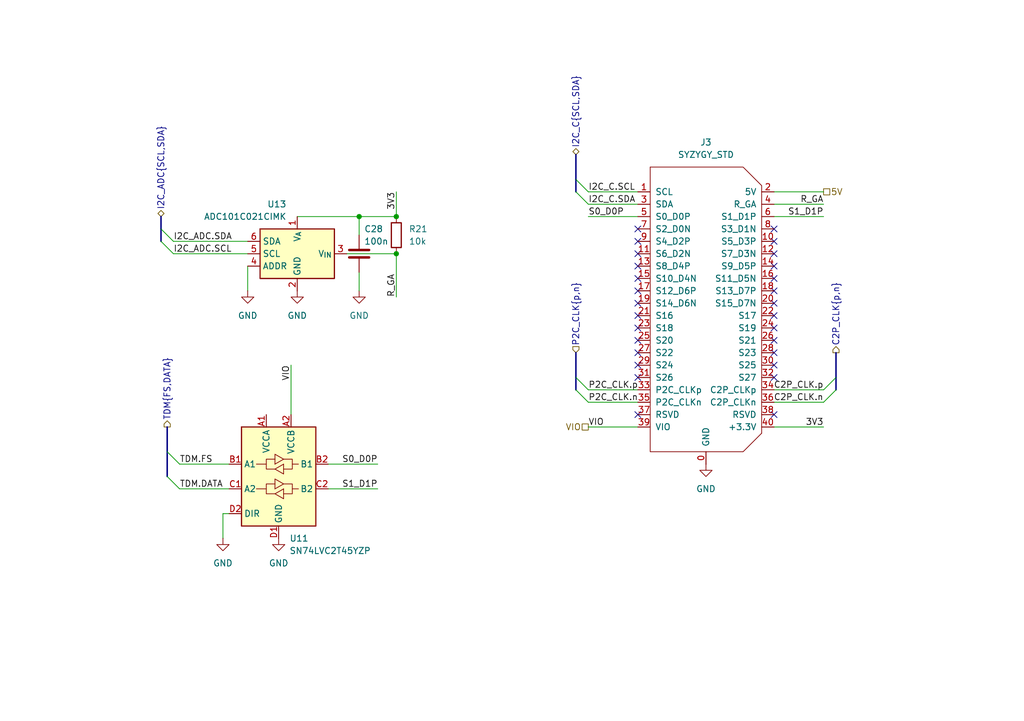
<source format=kicad_sch>
(kicad_sch (version 20231120) (generator "eeschema") (generator_version "8.0")
  (paper "A5")
  (lib_symbols
    (symbol "Analog_ADC:ADC101C021CIMK"
      (property "Reference" "U" (at 3.81 11.43 0))
      (property "Value" "ADC101C021CIMK" (at 11.43 8.89 0))
      (symbol "ADC101C021CIMK_0_1"
        (rectangle (start -7.62 5.08) (end 7.62 -5.08) (stroke (width 0.254)) (fill (type background)))
      )
      (symbol "ADC101C021CIMK_1_1"
        (pin power_in line (at 0 7.62 270) (length 2.54) (name "V_{A}") (number "1"))
        (pin power_in line (at 0 -7.62 90) (length 2.54) (name "GND") (number "2"))
        (pin input line (at -10.16 0 0) (length 2.54) (name "V_{IN}") (number "3"))
        (pin input line (at 10.16 -2.54 180) (length 2.54) (name "ADDR") (number "4"))
        (pin input line (at 10.16 0 180) (length 2.54) (name "SCL") (number "5"))
        (pin bidirectional line (at 10.16 2.54 180) (length 2.54) (name "SDA") (number "6"))
      )
    )
    (symbol "Device:C" (pin_numbers hide) (pin_names (offset 0.254))
      (property "Reference" "C" (at 0.635 2.54 0))
      (property "Value" "C" (at 0.635 -2.54 0))
      (symbol "C_0_1"
        (polyline (pts (xy -2.032 -0.762) (xy 2.032 -0.762)) (stroke (width 0.508)))
        (polyline (pts (xy -2.032 0.762) (xy 2.032 0.762)) (stroke (width 0.508)))
      )
      (symbol "C_1_1"
        (pin passive line (at 0 3.81 270) (length 2.794) (name "~") (number "1"))
        (pin passive line (at 0 -3.81 90) (length 2.794) (name "~") (number "2"))
      )
    )
    (symbol "Device:R" (pin_numbers hide) (pin_names (offset 0))
      (property "Reference" "R" (at 2.032 0 90))
      (property "Value" "R" (at 0 0 90))
      (symbol "R_0_1"
        (rectangle (start -1.016 -2.54) (end 1.016 2.54) (stroke (width 0.254)))
      )
      (symbol "R_1_1"
        (pin passive line (at 0 3.81 270) (length 1.27) (name "~") (number "1"))
        (pin passive line (at 0 -3.81 90) (length 1.27) (name "~") (number "2"))
      )
    )
    (symbol "Logic_LevelTranslator:SN74LVC2T45YZP"
      (property "Reference" "U" (at -6.35 11.43 0))
      (property "Value" "SN74LVC2T45YZP" (at 3.81 11.43 0))
      (symbol "SN74LVC2T45YZP_0_1"
        (rectangle (start -7.62 10.16) (end 7.62 -10.16) (stroke (width 0.254)) (fill (type background)))
        (polyline (pts (xy -2.54 2.54) (xy -2.54 3.556) (xy -0.762 3.556)))
        (polyline (pts (xy 2.794 2.54) (xy 2.794 1.524) (xy 1.016 1.524)))
        (polyline (pts (xy -0.762 1.524) (xy -2.54 1.524) (xy -2.54 2.54) (xy -4.572 2.54)))
        (polyline (pts (xy -0.762 2.54) (xy -0.762 4.572) (xy 1.016 3.556) (xy -0.762 2.54)))
        (polyline (pts (xy 1.016 3.556) (xy 2.794 3.556) (xy 2.794 2.54) (xy 4.064 2.54)))
        (polyline (pts (xy 1.016 2.54) (xy 1.016 0.762) (xy 1.016 0.508) (xy -0.762 1.524) (xy 1.016 2.54)))
      )
      (symbol "SN74LVC2T45YZP_1_1"
        (polyline (pts (xy -2.54 -2.54) (xy -2.54 -1.524) (xy -0.762 -1.524)))
        (polyline (pts (xy 2.794 -2.54) (xy 2.794 -3.556) (xy 1.016 -3.556)))
        (polyline (pts (xy -0.762 -3.556) (xy -2.54 -3.556) (xy -2.54 -2.54) (xy -4.572 -2.54)))
        (polyline (pts (xy -0.762 -2.54) (xy -0.762 -0.508) (xy 1.016 -1.524) (xy -0.762 -2.54)))
        (polyline (pts (xy 1.016 -1.524) (xy 2.794 -1.524) (xy 2.794 -2.54) (xy 4.064 -2.54)))
        (polyline (pts (xy 1.016 -2.54) (xy 1.016 -4.318) (xy 1.016 -4.572) (xy -0.762 -3.556) (xy 1.016 -2.54)))
        (pin power_in line (at -2.54 12.7 270) (length 2.54) (name "VCCA") (number "A1"))
        (pin power_in line (at 2.54 12.7 270) (length 2.54) (name "VCCB") (number "A2"))
        (pin bidirectional line (at -10.16 2.54 0) (length 2.54) (name "A1") (number "B1"))
        (pin bidirectional line (at 10.16 2.54 180) (length 2.54) (name "B1") (number "B2"))
        (pin bidirectional line (at -10.16 -2.54 0) (length 2.54) (name "A2") (number "C1"))
        (pin bidirectional line (at 10.16 -2.54 180) (length 2.54) (name "B2") (number "C2"))
        (pin power_in line (at 0 -12.7 90) (length 2.54) (name "GND") (number "D1"))
        (pin input line (at -10.16 -7.62 0) (length 2.54) (name "DIR") (number "D2"))
      )
    )
    (symbol "albert-custom:SYZYGY_STD" (pin_names (offset 1.016))
      (property "Reference" "J" (at -10.16 30.48 0))
      (property "Value" "SYZYGY_STD" (at -10.16 27.94 0))
      (symbol "SYZYGY_STD_0_1"
        (polyline (pts (xy -11.43 26.67) (xy -11.43 -31.75) (xy 7.62 -31.75) (xy 11.43 -27.94)))
        (polyline (pts (xy 11.43 -27.94) (xy 11.43 22.86) (xy 7.62 26.67) (xy -11.43 26.67)))
      )
      (symbol "SYZYGY_STD_1_1"
        (pin passive line (at 0 -34.29 90) (length 2.54) (name "GND") (number "0"))
        (pin passive line (at -13.97 21.59 0) (length 2.54) (name "SCL") (number "1"))
        (pin passive line (at 13.97 11.43 180) (length 2.54) (name "S5_D3P") (number "10"))
        (pin passive line (at -13.97 8.89 0) (length 2.54) (name "S6_D2N") (number "11"))
        (pin passive line (at 13.97 8.89 180) (length 2.54) (name "S7_D3N") (number "12"))
        (pin passive line (at -13.97 6.35 0) (length 2.54) (name "S8_D4P") (number "13"))
        (pin passive line (at 13.97 6.35 180) (length 2.54) (name "S9_D5P") (number "14"))
        (pin passive line (at -13.97 3.81 0) (length 2.54) (name "S10_D4N") (number "15"))
        (pin passive line (at 13.97 3.81 180) (length 2.54) (name "S11_D5N") (number "16"))
        (pin passive line (at -13.97 1.27 0) (length 2.54) (name "S12_D6P") (number "17"))
        (pin passive line (at 13.97 1.27 180) (length 2.54) (name "S13_D7P") (number "18"))
        (pin passive line (at -13.97 -1.27 0) (length 2.54) (name "S14_D6N") (number "19"))
        (pin power_out line (at 13.97 21.59 180) (length 2.54) (name "5V") (number "2"))
        (pin passive line (at 13.97 -1.27 180) (length 2.54) (name "S15_D7N") (number "20"))
        (pin passive line (at -13.97 -3.81 0) (length 2.54) (name "S16") (number "21"))
        (pin passive line (at 13.97 -3.81 180) (length 2.54) (name "S17") (number "22"))
        (pin passive line (at -13.97 -6.35 0) (length 2.54) (name "S18") (number "23"))
        (pin passive line (at 13.97 -6.35 180) (length 2.54) (name "S19") (number "24"))
        (pin passive line (at -13.97 -8.89 0) (length 2.54) (name "S20") (number "25"))
        (pin passive line (at 13.97 -8.89 180) (length 2.54) (name "S21") (number "26"))
        (pin passive line (at -13.97 -11.43 0) (length 2.54) (name "S22") (number "27"))
        (pin passive line (at 13.97 -11.43 180) (length 2.54) (name "S23") (number "28"))
        (pin passive line (at -13.97 -13.97 0) (length 2.54) (name "S24") (number "29"))
        (pin passive line (at -13.97 19.05 0) (length 2.54) (name "SDA") (number "3"))
        (pin passive line (at 13.97 -13.97 180) (length 2.54) (name "S25") (number "30"))
        (pin passive line (at -13.97 -16.51 0) (length 2.54) (name "S26") (number "31"))
        (pin passive line (at 13.97 -16.51 180) (length 2.54) (name "S27") (number "32"))
        (pin passive line (at -13.97 -19.05 0) (length 2.54) (name "P2C_CLKp") (number "33"))
        (pin passive line (at 13.97 -19.05 180) (length 2.54) (name "C2P_CLKp") (number "34"))
        (pin passive line (at -13.97 -21.59 0) (length 2.54) (name "P2C_CLKn") (number "35"))
        (pin passive line (at 13.97 -21.59 180) (length 2.54) (name "C2P_CLKn") (number "36"))
        (pin passive line (at -13.97 -24.13 0) (length 2.54) (name "RSVD") (number "37"))
        (pin passive line (at 13.97 -24.13 180) (length 2.54) (name "RSVD") (number "38"))
        (pin power_out line (at -13.97 -26.67 0) (length 2.54) (name "VIO") (number "39"))
        (pin passive line (at 13.97 19.05 180) (length 2.54) (name "R_GA") (number "4"))
        (pin power_out line (at 13.97 -26.67 180) (length 2.54) (name "+3.3V") (number "40"))
        (pin passive line (at -13.97 16.51 0) (length 2.54) (name "S0_D0P") (number "5"))
        (pin passive line (at 13.97 16.51 180) (length 2.54) (name "S1_D1P") (number "6"))
        (pin passive line (at -13.97 13.97 0) (length 2.54) (name "S2_D0N") (number "7"))
        (pin passive line (at 13.97 13.97 180) (length 2.54) (name "S3_D1N") (number "8"))
        (pin passive line (at -13.97 11.43 0) (length 2.54) (name "S4_D2P") (number "9"))
      )
    )
    (symbol "power:GND" (power) (pin_numbers hide) (pin_names (offset 0) hide)
      (property "Value" "GND" (at 0 -3.81 0))
      (symbol "GND_0_1"
        (polyline (pts (xy 0 0) (xy 0 -1.27) (xy 1.27 -1.27) (xy 0 -2.54) (xy -1.27 -1.27) (xy 0 -1.27)))
      )
      (symbol "GND_1_1"
        (pin power_in line (at 0 0 270) (length 0) (name "~") (number "1"))
      )
    )
  )
  (junction (at 73.66 44.45))
  (junction (at 81.28 44.45))
  (junction (at 81.28 52.07))
  (no_connect (at 130.81 67.31))
  (no_connect (at 158.75 46.99))
  (no_connect (at 158.75 64.77))
  (no_connect (at 130.81 52.07))
  (no_connect (at 158.75 52.07))
  (no_connect (at 158.75 54.61))
  (no_connect (at 130.81 59.69))
  (no_connect (at 158.75 59.69))
  (no_connect (at 130.81 69.85))
  (no_connect (at 158.75 74.93))
  (no_connect (at 158.75 57.15))
  (no_connect (at 158.75 72.39))
  (no_connect (at 130.81 49.53))
  (no_connect (at 130.81 46.99))
  (no_connect (at 130.81 57.15))
  (no_connect (at 130.81 54.61))
  (no_connect (at 158.75 62.23))
  (no_connect (at 158.75 85.09))
  (no_connect (at 158.75 49.53))
  (no_connect (at 130.81 64.77))
  (no_connect (at 130.81 74.93))
  (no_connect (at 130.81 62.23))
  (no_connect (at 158.75 67.31))
  (no_connect (at 130.81 72.39))
  (no_connect (at 130.81 77.47))
  (no_connect (at 130.81 85.09))
  (no_connect (at 158.75 69.85))
  (no_connect (at 158.75 77.47))
  (bus_entry (at 118.11 39.37) (size 2.54 2.54))
  (bus_entry (at 118.11 36.83) (size 2.54 2.54))
  (bus_entry (at 171.45 80.01) (size -2.54 2.54))
  (bus_entry (at 34.29 92.71) (size 2.54 2.54))
  (bus_entry (at 171.45 77.47) (size -2.54 2.54))
  (bus_entry (at 34.29 97.79) (size 2.54 2.54))
  (bus_entry (at 118.11 77.47) (size 2.54 2.54))
  (bus_entry (at 118.11 80.01) (size 2.54 2.54))
  (bus_entry (at 33.02 49.53) (size 2.54 2.54))
  (bus_entry (at 33.02 46.99) (size 2.54 2.54))
  (bus (pts (xy 171.45 77.47) (xy 171.45 80.01)))
  (wire (pts (xy 35.56 52.07) (xy 50.8 52.07)))
  (bus (pts (xy 34.29 92.71) (xy 34.29 97.79)))
  (wire (pts (xy 168.91 44.45) (xy 158.75 44.45)))
  (wire (pts (xy 120.65 82.55) (xy 130.81 82.55)))
  (wire (pts (xy 120.65 87.63) (xy 130.81 87.63)))
  (wire (pts (xy 120.65 44.45) (xy 130.81 44.45)))
  (wire (pts (xy 77.47 95.25) (xy 67.31 95.25)))
  (bus (pts (xy 34.29 87.63) (xy 34.29 92.71)))
  (wire (pts (xy 73.66 44.45) (xy 81.28 44.45)))
  (wire (pts (xy 168.91 82.55) (xy 158.75 82.55)))
  (wire (pts (xy 120.65 41.91) (xy 130.81 41.91)))
  (wire (pts (xy 60.96 44.45) (xy 73.66 44.45)))
  (wire (pts (xy 120.65 39.37) (xy 130.81 39.37)))
  (wire (pts (xy 73.66 55.88) (xy 73.66 59.69)))
  (bus (pts (xy 118.11 36.83) (xy 118.11 39.37)))
  (bus (pts (xy 33.02 44.45) (xy 33.02 46.99)))
  (wire (pts (xy 45.72 105.41) (xy 46.99 105.41)))
  (wire (pts (xy 81.28 44.45) (xy 81.28 39.37)))
  (wire (pts (xy 46.99 100.33) (xy 36.83 100.33)))
  (wire (pts (xy 168.91 80.01) (xy 158.75 80.01)))
  (wire (pts (xy 59.69 74.93) (xy 59.69 85.09)))
  (wire (pts (xy 73.66 44.45) (xy 73.66 48.26)))
  (wire (pts (xy 77.47 100.33) (xy 67.31 100.33)))
  (bus (pts (xy 171.45 72.39) (xy 171.45 77.47)))
  (bus (pts (xy 118.11 72.39) (xy 118.11 77.47)))
  (wire (pts (xy 158.75 41.91) (xy 168.91 41.91)))
  (bus (pts (xy 118.11 31.75) (xy 118.11 36.83)))
  (wire (pts (xy 46.99 95.25) (xy 36.83 95.25)))
  (wire (pts (xy 81.28 52.07) (xy 81.28 60.96)))
  (bus (pts (xy 33.02 46.99) (xy 33.02 49.53)))
  (wire (pts (xy 45.72 105.41) (xy 45.72 110.49)))
  (wire (pts (xy 50.8 54.61) (xy 50.8 59.69)))
  (wire (pts (xy 71.12 52.07) (xy 81.28 52.07)))
  (wire (pts (xy 158.75 87.63) (xy 168.91 87.63)))
  (wire (pts (xy 35.56 49.53) (xy 50.8 49.53)))
  (wire (pts (xy 120.65 80.01) (xy 130.81 80.01)))
  (bus (pts (xy 118.11 77.47) (xy 118.11 80.01)))
  (wire (pts (xy 158.75 39.37) (xy 168.91 39.37)))
  (label "I2C_C.SCL" (at 120.65 39.37 0))
  (label "S1_D1P" (at 168.91 44.45 180))
  (label "S0_D0P" (at 77.47 95.25 180))
  (label "TDM.FS" (at 36.83 95.25 0))
  (label "S0_D0P" (at 120.65 44.45 0))
  (label "VIO" (at 120.65 87.63 0))
  (label "3V3" (at 81.28 39.37 270))
  (label "I2C_C.SDA" (at 120.65 41.91 0))
  (label "C2P_CLK.p" (at 168.91 80.01 180))
  (label "TDM.DATA" (at 36.83 100.33 0))
  (label "R_GA" (at 81.28 60.96 90))
  (label "S1_D1P" (at 77.47 100.33 180))
  (label "P2C_CLK.n" (at 120.65 82.55 0))
  (label "C2P_CLK.n" (at 168.91 82.55 180))
  (label "R_GA" (at 168.91 41.91 180))
  (label "VIO" (at 59.69 74.93 270))
  (label "I2C_ADC.SDA" (at 35.56 49.53 0))
  (label "P2C_CLK.p" (at 120.65 80.01 0))
  (label "3V3" (at 168.91 87.63 180))
  (label "I2C_ADC.SCL" (at 35.56 52.07 0))
  (hierarchical_label "P2C_CLK{p,n}" (shape input) (at 118.11 72.39 90))
  (hierarchical_label "5V" (shape passive) (at 168.91 39.37 0))
  (hierarchical_label "TDM{FS,DATA}" (shape output) (at 34.29 87.63 90))
  (hierarchical_label "VIO" (shape passive) (at 120.65 87.63 180))
  (hierarchical_label "I2C_C{SCL,SDA}" (shape bidirectional) (at 118.11 31.75 90))
  (hierarchical_label "C2P_CLK{p,n}" (shape output) (at 171.45 72.39 90))
  (hierarchical_label "I2C_ADC{SCL,SDA}" (shape bidirectional) (at 33.02 44.45 90))
  (symbol (lib_id "Logic_LevelTranslator:SN74LVC2T45YZP") (at 57.15 97.79 0) (unit 1)
    (property "Reference" "U11" (at 59.3441 110.49 0) (effects (justify left)))
    (property "Value" "SN74LVC2T45YZP" (at 59.3441 113.03 0) (effects (justify left)))
    (property "Footprint" "Package_BGA:Texas_DSBGA-8_0.9x1.9mm_Layout2x4_P0.5mm" (effects (hide yes)))
    (property "Datasheet" "http://www.ti.com/lit/ds/symlink/sn74lvc2t45.pdf" (effects (hide yes)))
    (property "Description" "Dual-Bit Dual-Supply Bus Transceiver With Configurable Voltage Translation and 3-State Outputs, DSBGA-8" (effects (hide yes)))
  )
  (symbol (lib_id "power:GND") (at 57.15 110.49 0) (unit 1)
    (property "Reference" "#PWR047" (effects (hide yes)))
    (property "Value" "GND" (at 57.15 115.57 0))
    (property "Description" "Power symbol creates a global label with name \"GND\" , ground" (effects (hide yes)))
  )
  (symbol (lib_id "Device:R") (at 81.28 48.26 0) (unit 1)
    (property "Reference" "R21" (at 83.82 46.9899 0) (effects (justify left)))
    (property "Value" "10k" (at 83.82 49.5299 0) (effects (justify left)))
    (property "Description" "Resistor" (effects (hide yes)))
  )
  (symbol (lib_id "albert-custom:SYZYGY_STD") (at 144.78 60.96 0) (unit 1)
    (property "Reference" "J3" (at 144.78 29.21 0))
    (property "Value" "SYZYGY_STD" (at 144.78 31.75 0))
    (property "Footprint" "SYZYGY:QTE-020-01-F-D-A" (effects (hide yes)))
    (property "Datasheet" "http://suddendocs.samtec.com/catalog_english/qte.pdf" (effects (hide yes)))
    (property "Description" "Q Strip® High-Speed Ground Plane Header, 0.80mm Pitch" (effects (hide yes)))
    (property "Manufacturer" "Samtec" (effects (hide yes)))
    (property "Manufacturer_PN" "QTE-020-01-F-D-A" (effects (hide yes)))
  )
  (symbol (lib_id "power:GND") (at 60.96 59.69 0) (unit 1)
    (property "Reference" "#PWR048" (effects (hide yes)))
    (property "Value" "GND" (at 60.96 64.77 0))
    (property "Description" "Power symbol creates a global label with name \"GND\" , ground" (effects (hide yes)))
  )
  (symbol (lib_id "power:GND") (at 144.78 95.25 0) (unit 1)
    (property "Reference" "#PWR046" (effects (hide yes)))
    (property "Value" "GND" (at 144.78 100.33 0))
    (property "Description" "Power symbol creates a global label with name \"GND\" , ground" (effects (hide yes)))
  )
  (symbol (lib_id "Analog_ADC:ADC101C021CIMK") (at 60.96 52.07 0) (mirror y) (unit 1)
    (property "Reference" "U13" (at 58.7659 41.91 0) (effects (justify left)))
    (property "Value" "ADC101C021CIMK" (at 58.7659 44.45 0) (effects (justify left)))
    (property "Footprint" "Package_TO_SOT_SMD:SOT-23-6" (effects (hide yes)))
    (property "Datasheet" "https://www.ti.com/lit/ds/symlink/adc101c021.pdf" (effects (hide yes)))
    (property "Description" "10-bit I2C ADC, SOT-23" (effects (hide yes)))
  )
  (symbol (lib_id "Device:C") (at 73.66 52.07 0) (unit 1)
    (property "Reference" "C28" (at 74.676 46.99 0) (effects (justify left)))
    (property "Value" "100n" (at 74.676 49.53 0) (effects (justify left)))
    (property "Description" "Unpolarized capacitor" (effects (hide yes)))
  )
  (symbol (lib_id "power:GND") (at 45.72 110.49 0) (unit 1)
    (property "Reference" "#PWR045" (effects (hide yes)))
    (property "Value" "GND" (at 45.72 115.57 0))
    (property "Description" "Power symbol creates a global label with name \"GND\" , ground" (effects (hide yes)))
  )
  (symbol (lib_id "power:GND") (at 50.8 59.69 0) (unit 1)
    (property "Reference" "#PWR049" (effects (hide yes)))
    (property "Value" "GND" (at 50.8 64.77 0))
    (property "Description" "Power symbol creates a global label with name \"GND\" , ground" (effects (hide yes)))
  )
  (symbol (lib_id "power:GND") (at 73.66 59.69 0) (unit 1)
    (property "Reference" "#PWR050" (effects (hide yes)))
    (property "Value" "GND" (at 73.66 64.77 0))
    (property "Description" "Power symbol creates a global label with name \"GND\" , ground" (effects (hide yes)))
  )
)
</source>
